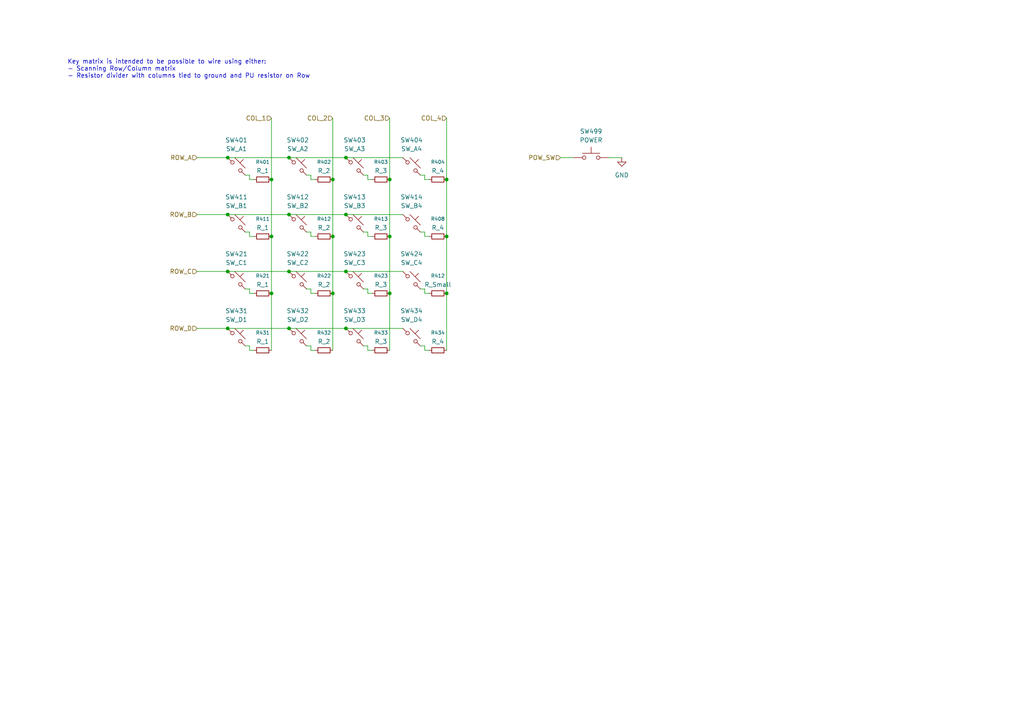
<source format=kicad_sch>
(kicad_sch (version 20250114) (generator "eeschema") (generator_version "9.0")
  (paper "A4")
  (lib_symbols
    (symbol "Device:R_Small" (pin_numbers (hide yes)) (pin_names (offset 0.254) (hide yes))
      (property "Reference" "R" (at 0 0 90))
      (property "Value" "R_Small" (at 1.778 0 90))
      (symbol "R_Small_0_1"
        (rectangle (start -0.762 1.778) (end 0.762 -1.778) (stroke (width 0.2032)))
      )
      (symbol "R_Small_1_1"
        (pin passive line (at 0 2.54 270) (length 0.762) (name "~") (number "1"))
        (pin passive line (at 0 -2.54 90) (length 0.762) (name "~") (number "2"))
      )
    )
    (symbol "Switch:SW_Push" (pin_numbers (hide yes)) (pin_names (offset 1.016) (hide yes))
      (property "Reference" "SW" (at 1.27 2.54 0))
      (property "Value" "SW_Push" (at 0 -1.524 0))
      (symbol "SW_Push_0_1"
        (circle (center -2.032 0) (radius 0.508))
        (polyline (pts (xy 0 1.27) (xy 0 3.048)))
        (circle (center 2.032 0) (radius 0.508))
        (polyline (pts (xy 2.54 1.27) (xy -2.54 1.27)))
        (pin passive line (at -5.08 0 0) (length 2.54) (name "1") (number "1"))
        (pin passive line (at 5.08 0 180) (length 2.54) (name "2") (number "2"))
      )
    )
    (symbol "Switch:SW_Push_45deg" (pin_numbers (hide yes)) (pin_names (offset 1.016) (hide yes))
      (property "Reference" "SW" (at 3.048 1.016 0))
      (property "Value" "SW_Push_45deg" (at 0 -3.81 0))
      (symbol "SW_Push_45deg_0_1"
        (polyline (pts (xy -2.54 2.54) (xy -1.524 1.524) (xy -1.524 1.524)))
        (circle (center -1.1684 1.1684) (radius 0.508))
        (polyline (pts (xy -0.508 2.54) (xy 2.54 -0.508)))
        (polyline (pts (xy 1.016 1.016) (xy 2.032 2.032)))
        (circle (center 1.143 -1.1938) (radius 0.508))
        (polyline (pts (xy 1.524 -1.524) (xy 2.54 -2.54) (xy 2.54 -2.54) (xy 2.54 -2.54)))
        (pin passive line (at -2.54 2.54 0) (length 0) (name "1") (number "1"))
        (pin passive line (at 2.54 -2.54 180) (length 0) (name "2") (number "2"))
      )
    )
    (symbol "power:GND" (power) (pin_numbers (hide yes)) (pin_names (offset 0) (hide yes))
      (property "Value" "GND" (at 0 -3.81 0))
      (symbol "GND_0_1"
        (polyline (pts (xy 0 0) (xy 0 -1.27) (xy 1.27 -1.27) (xy 0 -2.54) (xy -1.27 -1.27) (xy 0 -1.27)))
      )
      (symbol "GND_1_1"
        (pin power_in line (at 0 0 270) (length 0) (name "~") (number "1"))
      )
    )
  )
  (text "Key matrix is intended to be possible to wire using either:\n- Scanning Row/Column matrix\n- Resistor divider with columns tied to ground and PU resistor on Row" (at 19.558 20.066 0) (effects (font (size 1.27 1.27)) (justify left)))
  (junction (at 78.74 85.09))
  (junction (at 83.82 62.23))
  (junction (at 96.52 68.58))
  (junction (at 66.04 95.25))
  (junction (at 100.33 62.23))
  (junction (at 113.03 52.07))
  (junction (at 83.82 78.74))
  (junction (at 96.52 52.07))
  (junction (at 113.03 85.09))
  (junction (at 66.04 78.74))
  (junction (at 78.74 52.07))
  (junction (at 66.04 45.72))
  (junction (at 83.82 45.72))
  (junction (at 129.54 68.58))
  (junction (at 113.03 68.58))
  (junction (at 78.74 68.58))
  (junction (at 83.82 95.25))
  (junction (at 66.04 62.23))
  (junction (at 129.54 52.07))
  (junction (at 100.33 45.72))
  (junction (at 96.52 85.09))
  (junction (at 100.33 78.74))
  (junction (at 100.33 95.25))
  (junction (at 129.54 85.09))
  (wire (pts (xy 106.68 83.82) (xy 105.41 83.82)))
  (wire (pts (xy 90.17 100.33) (xy 88.9 100.33)))
  (wire (pts (xy 106.68 50.8) (xy 105.41 50.8)))
  (wire (pts (xy 176.53 45.72) (xy 180.34 45.72)))
  (wire (pts (xy 129.54 68.58) (xy 129.54 85.09)))
  (wire (pts (xy 106.68 52.07) (xy 106.68 50.8)))
  (wire (pts (xy 72.39 50.8) (xy 71.12 50.8)))
  (wire (pts (xy 123.19 52.07) (xy 123.19 50.8)))
  (wire (pts (xy 113.03 68.58) (xy 113.03 85.09)))
  (wire (pts (xy 129.54 85.09) (xy 129.54 101.6)))
  (wire (pts (xy 78.74 85.09) (xy 78.74 101.6)))
  (wire (pts (xy 123.19 68.58) (xy 123.19 67.31)))
  (wire (pts (xy 106.68 85.09) (xy 107.95 85.09)))
  (wire (pts (xy 106.68 100.33) (xy 105.41 100.33)))
  (wire (pts (xy 123.19 101.6) (xy 123.19 100.33)))
  (wire (pts (xy 123.19 50.8) (xy 121.92 50.8)))
  (wire (pts (xy 72.39 101.6) (xy 72.39 100.33)))
  (wire (pts (xy 123.19 52.07) (xy 124.46 52.07)))
  (wire (pts (xy 123.19 68.58) (xy 124.46 68.58)))
  (wire (pts (xy 90.17 83.82) (xy 88.9 83.82)))
  (wire (pts (xy 113.03 85.09) (xy 113.03 101.6)))
  (wire (pts (xy 96.52 85.09) (xy 96.52 101.6)))
  (wire (pts (xy 106.68 68.58) (xy 106.68 67.31)))
  (wire (pts (xy 96.52 52.07) (xy 96.52 68.58)))
  (wire (pts (xy 83.82 62.23) (xy 100.33 62.23)))
  (wire (pts (xy 78.74 68.58) (xy 78.74 85.09)))
  (wire (pts (xy 106.68 67.31) (xy 105.41 67.31)))
  (wire (pts (xy 57.15 62.23) (xy 66.04 62.23)))
  (wire (pts (xy 113.03 34.29) (xy 113.03 52.07)))
  (wire (pts (xy 72.39 52.07) (xy 72.39 50.8)))
  (wire (pts (xy 113.03 52.07) (xy 113.03 68.58)))
  (wire (pts (xy 129.54 34.29) (xy 129.54 52.07)))
  (wire (pts (xy 100.33 78.74) (xy 116.84 78.74)))
  (wire (pts (xy 72.39 68.58) (xy 72.39 67.31)))
  (wire (pts (xy 72.39 68.58) (xy 73.66 68.58)))
  (wire (pts (xy 90.17 50.8) (xy 88.9 50.8)))
  (wire (pts (xy 123.19 85.09) (xy 124.46 85.09)))
  (wire (pts (xy 106.68 52.07) (xy 107.95 52.07)))
  (wire (pts (xy 90.17 85.09) (xy 90.17 83.82)))
  (wire (pts (xy 100.33 45.72) (xy 116.84 45.72)))
  (wire (pts (xy 90.17 52.07) (xy 90.17 50.8)))
  (wire (pts (xy 106.68 68.58) (xy 107.95 68.58)))
  (wire (pts (xy 90.17 101.6) (xy 90.17 100.33)))
  (wire (pts (xy 90.17 67.31) (xy 88.9 67.31)))
  (wire (pts (xy 78.74 34.29) (xy 78.74 52.07)))
  (wire (pts (xy 90.17 68.58) (xy 90.17 67.31)))
  (wire (pts (xy 83.82 45.72) (xy 100.33 45.72)))
  (wire (pts (xy 72.39 83.82) (xy 71.12 83.82)))
  (wire (pts (xy 83.82 78.74) (xy 100.33 78.74)))
  (wire (pts (xy 106.68 101.6) (xy 107.95 101.6)))
  (wire (pts (xy 129.54 52.07) (xy 129.54 68.58)))
  (wire (pts (xy 66.04 45.72) (xy 83.82 45.72)))
  (wire (pts (xy 106.68 85.09) (xy 106.68 83.82)))
  (wire (pts (xy 123.19 100.33) (xy 121.92 100.33)))
  (wire (pts (xy 78.74 52.07) (xy 78.74 68.58)))
  (wire (pts (xy 66.04 62.23) (xy 83.82 62.23)))
  (wire (pts (xy 83.82 95.25) (xy 100.33 95.25)))
  (wire (pts (xy 72.39 52.07) (xy 73.66 52.07)))
  (wire (pts (xy 123.19 85.09) (xy 123.19 83.82)))
  (wire (pts (xy 90.17 85.09) (xy 91.44 85.09)))
  (wire (pts (xy 72.39 67.31) (xy 71.12 67.31)))
  (wire (pts (xy 106.68 101.6) (xy 106.68 100.33)))
  (wire (pts (xy 100.33 95.25) (xy 116.84 95.25)))
  (wire (pts (xy 90.17 101.6) (xy 91.44 101.6)))
  (wire (pts (xy 123.19 83.82) (xy 121.92 83.82)))
  (wire (pts (xy 72.39 85.09) (xy 73.66 85.09)))
  (wire (pts (xy 66.04 95.25) (xy 83.82 95.25)))
  (wire (pts (xy 100.33 62.23) (xy 116.84 62.23)))
  (wire (pts (xy 90.17 68.58) (xy 91.44 68.58)))
  (wire (pts (xy 123.19 101.6) (xy 124.46 101.6)))
  (wire (pts (xy 123.19 67.31) (xy 121.92 67.31)))
  (wire (pts (xy 72.39 101.6) (xy 73.66 101.6)))
  (wire (pts (xy 57.15 95.25) (xy 66.04 95.25)))
  (wire (pts (xy 162.56 45.72) (xy 166.37 45.72)))
  (wire (pts (xy 96.52 68.58) (xy 96.52 85.09)))
  (wire (pts (xy 57.15 78.74) (xy 66.04 78.74)))
  (wire (pts (xy 72.39 85.09) (xy 72.39 83.82)))
  (wire (pts (xy 96.52 34.29) (xy 96.52 52.07)))
  (wire (pts (xy 57.15 45.72) (xy 66.04 45.72)))
  (wire (pts (xy 90.17 52.07) (xy 91.44 52.07)))
  (wire (pts (xy 66.04 78.74) (xy 83.82 78.74)))
  (wire (pts (xy 72.39 100.33) (xy 71.12 100.33)))
  (hierarchical_label "ROW_A" (shape input) (at 57.15 45.72 180))
  (hierarchical_label "ROW_C" (shape input) (at 57.15 78.74 180))
  (hierarchical_label "ROW_D" (shape input) (at 57.15 95.25 180))
  (hierarchical_label "COL_4" (shape input) (at 129.54 34.29 180))
  (hierarchical_label "ROW_B" (shape input) (at 57.15 62.23 180))
  (hierarchical_label "COL_2" (shape input) (at 96.52 34.29 180))
  (hierarchical_label "COL_3" (shape input) (at 113.03 34.29 180))
  (hierarchical_label "POW_SW" (shape input) (at 162.56 45.72 180))
  (hierarchical_label "COL_1" (shape input) (at 78.74 34.29 180))
  (symbol (lib_id "Device:R_Small") (at 93.98 68.58 90) (unit 1)
    (property "Reference" "R412" (at 93.98 63.5 90) (effects (font (size 1.016 1.016))))
    (property "Value" "R_2" (at 93.98 66.04 90))
    (property "Description" "Resistor, small symbol" (effects (hide yes)))
  )
  (symbol (lib_id "Switch:SW_Push_45deg") (at 119.38 97.79 0) (unit 1)
    (property "Reference" "SW434" (at 119.38 90.17 0))
    (property "Value" "SW_D4" (at 119.38 92.71 0))
    (property "Description" "Push button switch, normally open, two pins, 45° tilted" (effects (hide yes)))
  )
  (symbol (lib_id "Switch:SW_Push_45deg") (at 68.58 81.28 0) (unit 1)
    (property "Reference" "SW421" (at 68.58 73.66 0))
    (property "Value" "SW_C1" (at 68.58 76.2 0))
    (property "Description" "Push button switch, normally open, two pins, 45° tilted" (effects (hide yes)))
  )
  (symbol (lib_id "Switch:SW_Push_45deg") (at 119.38 81.28 0) (unit 1)
    (property "Reference" "SW424" (at 119.38 73.66 0))
    (property "Value" "SW_C4" (at 119.38 76.2 0))
    (property "Description" "Push button switch, normally open, two pins, 45° tilted" (effects (hide yes)))
  )
  (symbol (lib_id "Device:R_Small") (at 110.49 52.07 90) (unit 1)
    (property "Reference" "R403" (at 110.49 46.99 90) (effects (font (size 1.016 1.016))))
    (property "Value" "R_3" (at 110.49 49.53 90))
    (property "Description" "Resistor, small symbol" (effects (hide yes)))
  )
  (symbol (lib_id "Switch:SW_Push_45deg") (at 68.58 48.26 0) (unit 1)
    (property "Reference" "SW401" (at 68.58 40.64 0))
    (property "Value" "SW_A1" (at 68.58 43.18 0))
    (property "Description" "Push button switch, normally open, two pins, 45° tilted" (effects (hide yes)))
  )
  (symbol (lib_id "Device:R_Small") (at 76.2 85.09 90) (unit 1)
    (property "Reference" "R421" (at 76.2 80.01 90) (effects (font (size 1.016 1.016))))
    (property "Value" "R_1" (at 76.2 82.55 90))
    (property "Description" "Resistor, small symbol" (effects (hide yes)))
  )
  (symbol (lib_id "Device:R_Small") (at 127 52.07 90) (unit 1)
    (property "Reference" "R404" (at 127 46.99 90) (effects (font (size 1.016 1.016))))
    (property "Value" "R_4" (at 127 49.53 90))
    (property "Description" "Resistor, small symbol" (effects (hide yes)))
  )
  (symbol (lib_id "Device:R_Small") (at 76.2 68.58 90) (unit 1)
    (property "Reference" "R411" (at 76.2 63.5 90) (effects (font (size 1.016 1.016))))
    (property "Value" "R_1" (at 76.2 66.04 90))
    (property "Description" "Resistor, small symbol" (effects (hide yes)))
  )
  (symbol (lib_id "Switch:SW_Push_45deg") (at 102.87 81.28 0) (unit 1)
    (property "Reference" "SW423" (at 102.87 73.66 0))
    (property "Value" "SW_C3" (at 102.87 76.2 0))
    (property "Description" "Push button switch, normally open, two pins, 45° tilted" (effects (hide yes)))
  )
  (symbol (lib_id "Device:R_Small") (at 110.49 85.09 90) (unit 1)
    (property "Reference" "R423" (at 110.49 80.01 90) (effects (font (size 1.016 1.016))))
    (property "Value" "R_3" (at 110.49 82.55 90))
    (property "Description" "Resistor, small symbol" (effects (hide yes)))
  )
  (symbol (lib_id "Device:R_Small") (at 93.98 52.07 90) (unit 1)
    (property "Reference" "R402" (at 93.98 46.99 90) (effects (font (size 1.016 1.016))))
    (property "Value" "R_2" (at 93.98 49.53 90))
    (property "Description" "Resistor, small symbol" (effects (hide yes)))
  )
  (symbol (lib_id "Device:R_Small") (at 76.2 52.07 90) (unit 1)
    (property "Reference" "R401" (at 76.2 46.99 90) (effects (font (size 1.016 1.016))))
    (property "Value" "R_1" (at 76.2 49.53 90))
    (property "Description" "Resistor, small symbol" (effects (hide yes)))
  )
  (symbol (lib_id "Device:R_Small") (at 76.2 101.6 90) (unit 1)
    (property "Reference" "R431" (at 76.2 96.52 90) (effects (font (size 1.016 1.016))))
    (property "Value" "R_1" (at 76.2 99.06 90))
    (property "Description" "Resistor, small symbol" (effects (hide yes)))
  )
  (symbol (lib_id "Switch:SW_Push_45deg") (at 68.58 64.77 0) (unit 1)
    (property "Reference" "SW411" (at 68.58 57.15 0))
    (property "Value" "SW_B1" (at 68.58 59.69 0))
    (property "Description" "Push button switch, normally open, two pins, 45° tilted" (effects (hide yes)))
  )
  (symbol (lib_id "Device:R_Small") (at 127 68.58 90) (unit 1)
    (property "Reference" "R408" (at 127 63.5 90) (effects (font (size 1.016 1.016))))
    (property "Value" "R_4" (at 127 66.04 90))
    (property "Description" "Resistor, small symbol" (effects (hide yes)))
  )
  (symbol (lib_id "Switch:SW_Push_45deg") (at 102.87 48.26 0) (unit 1)
    (property "Reference" "SW403" (at 102.87 40.64 0))
    (property "Value" "SW_A3" (at 102.87 43.18 0))
    (property "Description" "Push button switch, normally open, two pins, 45° tilted" (effects (hide yes)))
  )
  (symbol (lib_id "Switch:SW_Push_45deg") (at 86.36 64.77 0) (unit 1)
    (property "Reference" "SW412" (at 86.36 57.15 0))
    (property "Value" "SW_B2" (at 86.36 59.69 0))
    (property "Description" "Push button switch, normally open, two pins, 45° tilted" (effects (hide yes)))
  )
  (symbol (lib_id "Device:R_Small") (at 93.98 101.6 90) (unit 1)
    (property "Reference" "R432" (at 93.98 96.52 90) (effects (font (size 1.016 1.016))))
    (property "Value" "R_2" (at 93.98 99.06 90))
    (property "Description" "Resistor, small symbol" (effects (hide yes)))
  )
  (symbol (lib_id "Device:R_Small") (at 127 101.6 90) (unit 1)
    (property "Reference" "R434" (at 127 96.52 90) (effects (font (size 1.016 1.016))))
    (property "Value" "R_4" (at 127 99.06 90))
    (property "Description" "Resistor, small symbol" (effects (hide yes)))
  )
  (symbol (lib_id "Device:R_Small") (at 127 85.09 90) (unit 1)
    (property "Reference" "R412" (at 127 80.01 90) (effects (font (size 1.016 1.016))))
    (property "Value" "R_Small" (at 127 82.55 90))
    (property "Description" "Resistor, small symbol" (effects (hide yes)))
  )
  (symbol (lib_id "Switch:SW_Push_45deg") (at 86.36 48.26 0) (unit 1)
    (property "Reference" "SW402" (at 86.36 40.64 0))
    (property "Value" "SW_A2" (at 86.36 43.18 0))
    (property "Description" "Push button switch, normally open, two pins, 45° tilted" (effects (hide yes)))
  )
  (symbol (lib_id "Switch:SW_Push") (at 171.45 45.72 0) (unit 1)
    (property "Reference" "SW499" (at 171.45 38.1 0))
    (property "Value" "POWER" (at 171.45 40.64 0))
    (property "Description" "Push button switch, generic, two pins" (effects (hide yes)))
  )
  (symbol (lib_id "power:GND") (at 180.34 45.72 0) (unit 1)
    (property "Reference" "#PWR0401" (effects (hide yes)))
    (property "Value" "GND" (at 180.34 50.8 0))
    (property "Description" "Power symbol creates a global label with name \"GND\" , ground" (effects (hide yes)))
  )
  (symbol (lib_id "Device:R_Small") (at 93.98 85.09 90) (unit 1)
    (property "Reference" "R422" (at 93.98 80.01 90) (effects (font (size 1.016 1.016))))
    (property "Value" "R_2" (at 93.98 82.55 90))
    (property "Description" "Resistor, small symbol" (effects (hide yes)))
  )
  (symbol (lib_id "Switch:SW_Push_45deg") (at 86.36 81.28 0) (unit 1)
    (property "Reference" "SW422" (at 86.36 73.66 0))
    (property "Value" "SW_C2" (at 86.36 76.2 0))
    (property "Description" "Push button switch, normally open, two pins, 45° tilted" (effects (hide yes)))
  )
  (symbol (lib_id "Switch:SW_Push_45deg") (at 86.36 97.79 0) (unit 1)
    (property "Reference" "SW432" (at 86.36 90.17 0))
    (property "Value" "SW_D2" (at 86.36 92.71 0))
    (property "Description" "Push button switch, normally open, two pins, 45° tilted" (effects (hide yes)))
  )
  (symbol (lib_id "Switch:SW_Push_45deg") (at 102.87 97.79 0) (unit 1)
    (property "Reference" "SW433" (at 102.87 90.17 0))
    (property "Value" "SW_D3" (at 102.87 92.71 0))
    (property "Description" "Push button switch, normally open, two pins, 45° tilted" (effects (hide yes)))
  )
  (symbol (lib_id "Switch:SW_Push_45deg") (at 119.38 64.77 0) (unit 1)
    (property "Reference" "SW414" (at 119.38 57.15 0))
    (property "Value" "SW_B4" (at 119.38 59.69 0))
    (property "Description" "Push button switch, normally open, two pins, 45° tilted" (effects (hide yes)))
  )
  (symbol (lib_id "Switch:SW_Push_45deg") (at 119.38 48.26 0) (unit 1)
    (property "Reference" "SW404" (at 119.38 40.64 0))
    (property "Value" "SW_A4" (at 119.38 43.18 0))
    (property "Description" "Push button switch, normally open, two pins, 45° tilted" (effects (hide yes)))
  )
  (symbol (lib_id "Switch:SW_Push_45deg") (at 68.58 97.79 0) (unit 1)
    (property "Reference" "SW431" (at 68.58 90.17 0))
    (property "Value" "SW_D1" (at 68.58 92.71 0))
    (property "Description" "Push button switch, normally open, two pins, 45° tilted" (effects (hide yes)))
  )
  (symbol (lib_id "Device:R_Small") (at 110.49 68.58 90) (unit 1)
    (property "Reference" "R413" (at 110.49 63.5 90) (effects (font (size 1.016 1.016))))
    (property "Value" "R_3" (at 110.49 66.04 90))
    (property "Description" "Resistor, small symbol" (effects (hide yes)))
  )
  (symbol (lib_id "Switch:SW_Push_45deg") (at 102.87 64.77 0) (unit 1)
    (property "Reference" "SW413" (at 102.87 57.15 0))
    (property "Value" "SW_B3" (at 102.87 59.69 0))
    (property "Description" "Push button switch, normally open, two pins, 45° tilted" (effects (hide yes)))
  )
  (symbol (lib_id "Device:R_Small") (at 110.49 101.6 90) (unit 1)
    (property "Reference" "R433" (at 110.49 96.52 90) (effects (font (size 1.016 1.016))))
    (property "Value" "R_3" (at 110.49 99.06 90))
    (property "Description" "Resistor, small symbol" (effects (hide yes)))
  )
)
</source>
